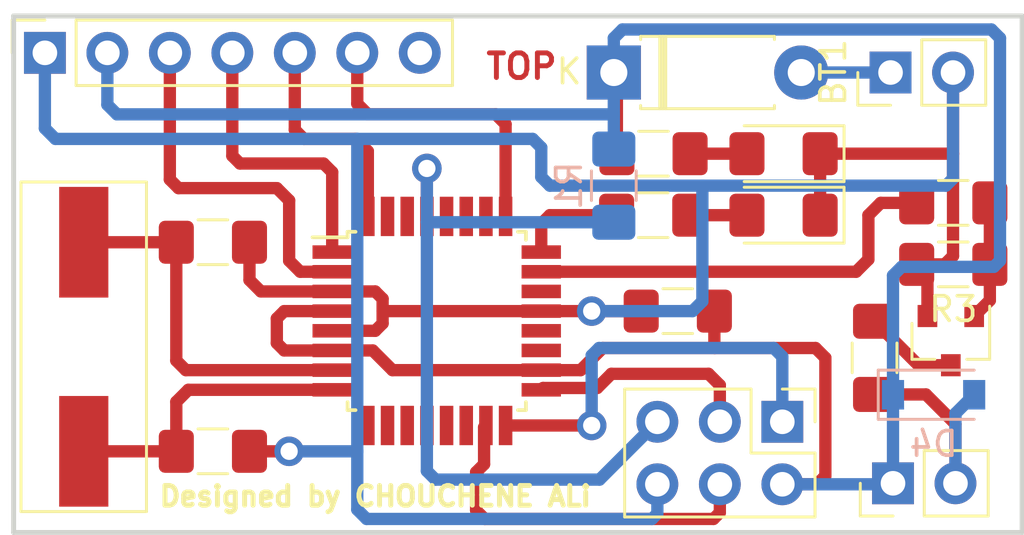
<source format=kicad_pcb>
(kicad_pcb (version 20171130) (host pcbnew "(5.1.6)-1")

  (general
    (thickness 1.6)
    (drawings 6)
    (tracks 161)
    (zones 0)
    (modules 20)
    (nets 36)
  )

  (page A4)
  (layers
    (0 F.Cu signal)
    (31 B.Cu signal)
    (32 B.Adhes user)
    (33 F.Adhes user hide)
    (34 B.Paste user hide)
    (35 F.Paste user hide)
    (36 B.SilkS user)
    (37 F.SilkS user)
    (38 B.Mask user hide)
    (39 F.Mask user hide)
    (40 Dwgs.User user)
    (41 Cmts.User user)
    (42 Eco1.User user)
    (43 Eco2.User user)
    (44 Edge.Cuts user)
    (45 Margin user)
    (46 B.CrtYd user hide)
    (47 F.CrtYd user)
    (48 B.Fab user hide)
    (49 F.Fab user hide)
  )

  (setup
    (last_trace_width 0.5)
    (trace_clearance 0.2)
    (zone_clearance 0.508)
    (zone_45_only no)
    (trace_min 0.2)
    (via_size 1.2)
    (via_drill 0.7)
    (via_min_size 0.4)
    (via_min_drill 0.3)
    (uvia_size 0.3)
    (uvia_drill 0.1)
    (uvias_allowed no)
    (uvia_min_size 0.2)
    (uvia_min_drill 0.1)
    (edge_width 0.2)
    (segment_width 0.2)
    (pcb_text_width 0.3)
    (pcb_text_size 1.5 1.5)
    (mod_edge_width 0.15)
    (mod_text_size 1 1)
    (mod_text_width 0.15)
    (pad_size 1.7 1.7)
    (pad_drill 1)
    (pad_to_mask_clearance 0.2)
    (solder_mask_min_width 0.25)
    (aux_axis_origin 0 0)
    (visible_elements 7FFFFFFF)
    (pcbplotparams
      (layerselection 0x010fc_ffffffff)
      (usegerberextensions false)
      (usegerberattributes false)
      (usegerberadvancedattributes false)
      (creategerberjobfile false)
      (excludeedgelayer true)
      (linewidth 0.100000)
      (plotframeref false)
      (viasonmask false)
      (mode 1)
      (useauxorigin false)
      (hpglpennumber 1)
      (hpglpenspeed 20)
      (hpglpendiameter 15.000000)
      (psnegative false)
      (psa4output false)
      (plotreference true)
      (plotvalue true)
      (plotinvisibletext false)
      (padsonsilk false)
      (subtractmaskfromsilk false)
      (outputformat 1)
      (mirror false)
      (drillshape 1)
      (scaleselection 1)
      (outputdirectory ""))
  )

  (net 0 "")
  (net 1 "Net-(BT1-Pad1)")
  (net 2 GND)
  (net 3 +5V)
  (net 4 XTAL1)
  (net 5 XTAL2)
  (net 6 RST)
  (net 7 "Net-(D2-Pad2)")
  (net 8 "Net-(D3-Pad2)")
  (net 9 Vibreur)
  (net 10 MISO)
  (net 11 SCK)
  (net 12 MOSI)
  (net 13 D3)
  (net 14 D2)
  (net 15 D1)
  (net 16 "Net-(Q1-Pad1)")
  (net 17 "Net-(Q1-Pad3)")
  (net 18 CMD)
  (net 19 LED)
  (net 20 "Net-(U1-Pad12)")
  (net 21 "Net-(U1-Pad13)")
  (net 22 "Net-(U1-Pad14)")
  (net 23 "Net-(U1-Pad19)")
  (net 24 "Net-(U1-Pad20)")
  (net 25 "Net-(U1-Pad22)")
  (net 26 "Net-(U1-Pad26)")
  (net 27 "Net-(U1-Pad27)")
  (net 28 "Net-(U1-Pad28)")
  (net 29 "Net-(U1-Pad9)")
  (net 30 "Net-(U1-Pad11)")
  (net 31 "Net-(U1-Pad10)")
  (net 32 D0)
  (net 33 "Net-(J3-Pad7)")
  (net 34 "Net-(U1-Pad30)")
  (net 35 "Net-(U1-Pad31)")

  (net_class Default "This is the default net class."
    (clearance 0.2)
    (trace_width 0.5)
    (via_dia 1.2)
    (via_drill 0.7)
    (uvia_dia 0.3)
    (uvia_drill 0.1)
    (add_net +5V)
    (add_net CMD)
    (add_net D0)
    (add_net D1)
    (add_net D2)
    (add_net D3)
    (add_net GND)
    (add_net LED)
    (add_net MISO)
    (add_net MOSI)
    (add_net "Net-(BT1-Pad1)")
    (add_net "Net-(D2-Pad2)")
    (add_net "Net-(D3-Pad2)")
    (add_net "Net-(J3-Pad7)")
    (add_net "Net-(Q1-Pad1)")
    (add_net "Net-(Q1-Pad3)")
    (add_net "Net-(U1-Pad10)")
    (add_net "Net-(U1-Pad11)")
    (add_net "Net-(U1-Pad12)")
    (add_net "Net-(U1-Pad13)")
    (add_net "Net-(U1-Pad14)")
    (add_net "Net-(U1-Pad19)")
    (add_net "Net-(U1-Pad20)")
    (add_net "Net-(U1-Pad22)")
    (add_net "Net-(U1-Pad26)")
    (add_net "Net-(U1-Pad27)")
    (add_net "Net-(U1-Pad28)")
    (add_net "Net-(U1-Pad30)")
    (add_net "Net-(U1-Pad31)")
    (add_net "Net-(U1-Pad9)")
    (add_net RST)
    (add_net SCK)
    (add_net Vibreur)
    (add_net XTAL1)
    (add_net XTAL2)
  )

  (module Connector_PinHeader_2.54mm:PinHeader_1x02_P2.54mm_Vertical (layer F.Cu) (tedit 59FED5CC) (tstamp 5F6A57ED)
    (at 65.65 32.3 90)
    (descr "Through hole straight pin header, 1x02, 2.54mm pitch, single row")
    (tags "Through hole pin header THT 1x02 2.54mm single row")
    (path /5F6A2EB3)
    (fp_text reference BT1 (at 0 -2.33 90) (layer F.SilkS)
      (effects (font (size 1 1) (thickness 0.15)))
    )
    (fp_text value Battery_Cell (at 0 4.87 90) (layer F.Fab)
      (effects (font (size 1 1) (thickness 0.15)))
    )
    (fp_line (start 1.8 -1.8) (end -1.8 -1.8) (layer F.CrtYd) (width 0.05))
    (fp_line (start 1.8 4.35) (end 1.8 -1.8) (layer F.CrtYd) (width 0.05))
    (fp_line (start -1.8 4.35) (end 1.8 4.35) (layer F.CrtYd) (width 0.05))
    (fp_line (start -1.8 -1.8) (end -1.8 4.35) (layer F.CrtYd) (width 0.05))
    (fp_line (start -1.33 -1.33) (end 0 -1.33) (layer F.SilkS) (width 0.12))
    (fp_line (start -1.33 0) (end -1.33 -1.33) (layer F.SilkS) (width 0.12))
    (fp_line (start -1.33 1.27) (end 1.33 1.27) (layer F.SilkS) (width 0.12))
    (fp_line (start 1.33 1.27) (end 1.33 3.87) (layer F.SilkS) (width 0.12))
    (fp_line (start -1.33 1.27) (end -1.33 3.87) (layer F.SilkS) (width 0.12))
    (fp_line (start -1.33 3.87) (end 1.33 3.87) (layer F.SilkS) (width 0.12))
    (fp_line (start -1.27 -0.635) (end -0.635 -1.27) (layer F.Fab) (width 0.1))
    (fp_line (start -1.27 3.81) (end -1.27 -0.635) (layer F.Fab) (width 0.1))
    (fp_line (start 1.27 3.81) (end -1.27 3.81) (layer F.Fab) (width 0.1))
    (fp_line (start 1.27 -1.27) (end 1.27 3.81) (layer F.Fab) (width 0.1))
    (fp_line (start -0.635 -1.27) (end 1.27 -1.27) (layer F.Fab) (width 0.1))
    (fp_text user %R (at 0 1.27 180) (layer F.Fab)
      (effects (font (size 1 1) (thickness 0.15)))
    )
    (pad 1 thru_hole rect (at 0 0 90) (size 1.7 1.7) (drill 1) (layers *.Cu *.Mask)
      (net 1 "Net-(BT1-Pad1)"))
    (pad 2 thru_hole oval (at 0 2.54 90) (size 1.7 1.7) (drill 1) (layers *.Cu *.Mask)
      (net 2 GND))
    (model ${KISYS3DMOD}/Connector_PinHeader_2.54mm.3dshapes/PinHeader_1x02_P2.54mm_Vertical.wrl
      (at (xyz 0 0 0))
      (scale (xyz 1 1 1))
      (rotate (xyz 0 0 0))
    )
  )

  (module Capacitor_SMD:C_1206_3216Metric_Pad1.42x1.75mm_HandSolder (layer F.Cu) (tedit 5B301BBE) (tstamp 5F76C306)
    (at 57 42 180)
    (descr "Capacitor SMD 1206 (3216 Metric), square (rectangular) end terminal, IPC_7351 nominal with elongated pad for handsoldering. (Body size source: http://www.tortai-tech.com/upload/download/2011102023233369053.pdf), generated with kicad-footprint-generator")
    (tags "capacitor handsolder")
    (path /5F622127)
    (attr smd)
    (fp_text reference C1 (at 0 -1.82 180) (layer B.Fab)
      (effects (font (size 1 1) (thickness 0.15)) (justify mirror))
    )
    (fp_text value 100nF (at 0 1.82 180) (layer F.Fab)
      (effects (font (size 1 1) (thickness 0.15)))
    )
    (fp_line (start 2.45 1.12) (end -2.45 1.12) (layer F.CrtYd) (width 0.05))
    (fp_line (start 2.45 -1.12) (end 2.45 1.12) (layer F.CrtYd) (width 0.05))
    (fp_line (start -2.45 -1.12) (end 2.45 -1.12) (layer F.CrtYd) (width 0.05))
    (fp_line (start -2.45 1.12) (end -2.45 -1.12) (layer F.CrtYd) (width 0.05))
    (fp_line (start -0.602064 0.91) (end 0.602064 0.91) (layer F.SilkS) (width 0.12))
    (fp_line (start -0.602064 -0.91) (end 0.602064 -0.91) (layer F.SilkS) (width 0.12))
    (fp_line (start 1.6 0.8) (end -1.6 0.8) (layer F.Fab) (width 0.1))
    (fp_line (start 1.6 -0.8) (end 1.6 0.8) (layer F.Fab) (width 0.1))
    (fp_line (start -1.6 -0.8) (end 1.6 -0.8) (layer F.Fab) (width 0.1))
    (fp_line (start -1.6 0.8) (end -1.6 -0.8) (layer F.Fab) (width 0.1))
    (fp_text user %R (at 0 0 180) (layer F.Fab)
      (effects (font (size 0.8 0.8) (thickness 0.12)))
    )
    (pad 1 smd roundrect (at -1.4875 0 180) (size 1.425 1.75) (layers F.Cu F.Paste F.Mask) (roundrect_rratio 0.175439)
      (net 3 +5V))
    (pad 2 smd roundrect (at 1.4875 0 180) (size 1.425 1.75) (layers F.Cu F.Paste F.Mask) (roundrect_rratio 0.175439)
      (net 2 GND))
    (model ${KISYS3DMOD}/Capacitor_SMD.3dshapes/C_1206_3216Metric.wrl
      (at (xyz 0 0 0))
      (scale (xyz 1 1 1))
      (rotate (xyz 0 0 0))
    )
  )

  (module Capacitor_SMD:C_1206_3216Metric_Pad1.42x1.75mm_HandSolder (layer F.Cu) (tedit 5B301BBE) (tstamp 5F76AA27)
    (at 38.1 39.2 180)
    (descr "Capacitor SMD 1206 (3216 Metric), square (rectangular) end terminal, IPC_7351 nominal with elongated pad for handsoldering. (Body size source: http://www.tortai-tech.com/upload/download/2011102023233369053.pdf), generated with kicad-footprint-generator")
    (tags "capacitor handsolder")
    (path /5F62209C)
    (attr smd)
    (fp_text reference C2 (at 0 -1.82 180) (layer B.Fab)
      (effects (font (size 1 1) (thickness 0.15)) (justify mirror))
    )
    (fp_text value 22pF (at 0 1.82 180) (layer F.Fab)
      (effects (font (size 1 1) (thickness 0.15)))
    )
    (fp_line (start 2.45 1.12) (end -2.45 1.12) (layer F.CrtYd) (width 0.05))
    (fp_line (start 2.45 -1.12) (end 2.45 1.12) (layer F.CrtYd) (width 0.05))
    (fp_line (start -2.45 -1.12) (end 2.45 -1.12) (layer F.CrtYd) (width 0.05))
    (fp_line (start -2.45 1.12) (end -2.45 -1.12) (layer F.CrtYd) (width 0.05))
    (fp_line (start -0.602064 0.91) (end 0.602064 0.91) (layer F.SilkS) (width 0.12))
    (fp_line (start -0.602064 -0.91) (end 0.602064 -0.91) (layer F.SilkS) (width 0.12))
    (fp_line (start 1.6 0.8) (end -1.6 0.8) (layer F.Fab) (width 0.1))
    (fp_line (start 1.6 -0.8) (end 1.6 0.8) (layer F.Fab) (width 0.1))
    (fp_line (start -1.6 -0.8) (end 1.6 -0.8) (layer F.Fab) (width 0.1))
    (fp_line (start -1.6 0.8) (end -1.6 -0.8) (layer F.Fab) (width 0.1))
    (fp_text user %R (at 0 0 180) (layer F.Fab)
      (effects (font (size 0.8 0.8) (thickness 0.12)))
    )
    (pad 1 smd roundrect (at -1.4875 0 180) (size 1.425 1.75) (layers F.Cu F.Paste F.Mask) (roundrect_rratio 0.175439)
      (net 2 GND))
    (pad 2 smd roundrect (at 1.4875 0 180) (size 1.425 1.75) (layers F.Cu F.Paste F.Mask) (roundrect_rratio 0.175439)
      (net 4 XTAL1))
    (model ${KISYS3DMOD}/Capacitor_SMD.3dshapes/C_1206_3216Metric.wrl
      (at (xyz 0 0 0))
      (scale (xyz 1 1 1))
      (rotate (xyz 0 0 0))
    )
  )

  (module Capacitor_SMD:C_1206_3216Metric_Pad1.42x1.75mm_HandSolder (layer F.Cu) (tedit 5B301BBE) (tstamp 5F6A5820)
    (at 38.1 47.7 180)
    (descr "Capacitor SMD 1206 (3216 Metric), square (rectangular) end terminal, IPC_7351 nominal with elongated pad for handsoldering. (Body size source: http://www.tortai-tech.com/upload/download/2011102023233369053.pdf), generated with kicad-footprint-generator")
    (tags "capacitor handsolder")
    (path /5F6220A3)
    (attr smd)
    (fp_text reference C3 (at 0 -1.82 180) (layer B.Fab)
      (effects (font (size 1 1) (thickness 0.15)) (justify mirror))
    )
    (fp_text value 22pF (at 0 1.82 180) (layer F.Fab)
      (effects (font (size 1 1) (thickness 0.15)))
    )
    (fp_line (start -1.6 0.8) (end -1.6 -0.8) (layer F.Fab) (width 0.1))
    (fp_line (start -1.6 -0.8) (end 1.6 -0.8) (layer F.Fab) (width 0.1))
    (fp_line (start 1.6 -0.8) (end 1.6 0.8) (layer F.Fab) (width 0.1))
    (fp_line (start 1.6 0.8) (end -1.6 0.8) (layer F.Fab) (width 0.1))
    (fp_line (start -0.602064 -0.91) (end 0.602064 -0.91) (layer F.SilkS) (width 0.12))
    (fp_line (start -0.602064 0.91) (end 0.602064 0.91) (layer F.SilkS) (width 0.12))
    (fp_line (start -2.45 1.12) (end -2.45 -1.12) (layer F.CrtYd) (width 0.05))
    (fp_line (start -2.45 -1.12) (end 2.45 -1.12) (layer F.CrtYd) (width 0.05))
    (fp_line (start 2.45 -1.12) (end 2.45 1.12) (layer F.CrtYd) (width 0.05))
    (fp_line (start 2.45 1.12) (end -2.45 1.12) (layer F.CrtYd) (width 0.05))
    (fp_text user %R (at 0 0 180) (layer F.Fab)
      (effects (font (size 0.8 0.8) (thickness 0.12)))
    )
    (pad 2 smd roundrect (at 1.4875 0 180) (size 1.425 1.75) (layers F.Cu F.Paste F.Mask) (roundrect_rratio 0.175439)
      (net 5 XTAL2))
    (pad 1 smd roundrect (at -1.4875 0 180) (size 1.425 1.75) (layers F.Cu F.Paste F.Mask) (roundrect_rratio 0.175439)
      (net 2 GND))
    (model ${KISYS3DMOD}/Capacitor_SMD.3dshapes/C_1206_3216Metric.wrl
      (at (xyz 0 0 0))
      (scale (xyz 1 1 1))
      (rotate (xyz 0 0 0))
    )
  )

  (module LED_SMD:LED_1206_3216Metric_Pad1.42x1.75mm_HandSolder (layer F.Cu) (tedit 5B4B45C9) (tstamp 5F6A584C)
    (at 61.3 35.6 180)
    (descr "LED SMD 1206 (3216 Metric), square (rectangular) end terminal, IPC_7351 nominal, (Body size source: http://www.tortai-tech.com/upload/download/2011102023233369053.pdf), generated with kicad-footprint-generator")
    (tags "LED handsolder")
    (path /5F72AAB5)
    (attr smd)
    (fp_text reference D2 (at 0 -1.82 180) (layer B.Fab)
      (effects (font (size 1 1) (thickness 0.15)) (justify mirror))
    )
    (fp_text value LED_ALT (at 0 1.82 180) (layer F.Fab)
      (effects (font (size 1 1) (thickness 0.15)))
    )
    (fp_line (start 2.45 1.12) (end -2.45 1.12) (layer F.CrtYd) (width 0.05))
    (fp_line (start 2.45 -1.12) (end 2.45 1.12) (layer F.CrtYd) (width 0.05))
    (fp_line (start -2.45 -1.12) (end 2.45 -1.12) (layer F.CrtYd) (width 0.05))
    (fp_line (start -2.45 1.12) (end -2.45 -1.12) (layer F.CrtYd) (width 0.05))
    (fp_line (start -2.46 1.135) (end 1.6 1.135) (layer F.SilkS) (width 0.12))
    (fp_line (start -2.46 -1.135) (end -2.46 1.135) (layer F.SilkS) (width 0.12))
    (fp_line (start 1.6 -1.135) (end -2.46 -1.135) (layer F.SilkS) (width 0.12))
    (fp_line (start 1.6 0.8) (end 1.6 -0.8) (layer F.Fab) (width 0.1))
    (fp_line (start -1.6 0.8) (end 1.6 0.8) (layer F.Fab) (width 0.1))
    (fp_line (start -1.6 -0.4) (end -1.6 0.8) (layer F.Fab) (width 0.1))
    (fp_line (start -1.2 -0.8) (end -1.6 -0.4) (layer F.Fab) (width 0.1))
    (fp_line (start 1.6 -0.8) (end -1.2 -0.8) (layer F.Fab) (width 0.1))
    (fp_text user %R (at 0 0 180) (layer F.Fab)
      (effects (font (size 0.8 0.8) (thickness 0.12)))
    )
    (pad 1 smd roundrect (at -1.4875 0 180) (size 1.425 1.75) (layers F.Cu F.Paste F.Mask) (roundrect_rratio 0.175439)
      (net 2 GND))
    (pad 2 smd roundrect (at 1.4875 0 180) (size 1.425 1.75) (layers F.Cu F.Paste F.Mask) (roundrect_rratio 0.175439)
      (net 7 "Net-(D2-Pad2)"))
    (model ${KISYS3DMOD}/LED_SMD.3dshapes/LED_1206_3216Metric.wrl
      (at (xyz 0 0 0))
      (scale (xyz 1 1 1))
      (rotate (xyz 0 0 0))
    )
  )

  (module LED_SMD:LED_1206_3216Metric_Pad1.42x1.75mm_HandSolder (layer F.Cu) (tedit 5B4B45C9) (tstamp 5F6A585F)
    (at 61.3 38.1 180)
    (descr "LED SMD 1206 (3216 Metric), square (rectangular) end terminal, IPC_7351 nominal, (Body size source: http://www.tortai-tech.com/upload/download/2011102023233369053.pdf), generated with kicad-footprint-generator")
    (tags "LED handsolder")
    (path /5F72BC2F)
    (attr smd)
    (fp_text reference D3 (at 0 -1.82 180) (layer B.Fab)
      (effects (font (size 1 1) (thickness 0.15)) (justify mirror))
    )
    (fp_text value LED_ALT (at 0 1.82 180) (layer F.Fab)
      (effects (font (size 1 1) (thickness 0.15)))
    )
    (fp_line (start 1.6 -0.8) (end -1.2 -0.8) (layer F.Fab) (width 0.1))
    (fp_line (start -1.2 -0.8) (end -1.6 -0.4) (layer F.Fab) (width 0.1))
    (fp_line (start -1.6 -0.4) (end -1.6 0.8) (layer F.Fab) (width 0.1))
    (fp_line (start -1.6 0.8) (end 1.6 0.8) (layer F.Fab) (width 0.1))
    (fp_line (start 1.6 0.8) (end 1.6 -0.8) (layer F.Fab) (width 0.1))
    (fp_line (start 1.6 -1.135) (end -2.46 -1.135) (layer F.SilkS) (width 0.12))
    (fp_line (start -2.46 -1.135) (end -2.46 1.135) (layer F.SilkS) (width 0.12))
    (fp_line (start -2.46 1.135) (end 1.6 1.135) (layer F.SilkS) (width 0.12))
    (fp_line (start -2.45 1.12) (end -2.45 -1.12) (layer F.CrtYd) (width 0.05))
    (fp_line (start -2.45 -1.12) (end 2.45 -1.12) (layer F.CrtYd) (width 0.05))
    (fp_line (start 2.45 -1.12) (end 2.45 1.12) (layer F.CrtYd) (width 0.05))
    (fp_line (start 2.45 1.12) (end -2.45 1.12) (layer F.CrtYd) (width 0.05))
    (fp_text user %R (at 0 0 180) (layer F.Fab)
      (effects (font (size 0.8 0.8) (thickness 0.12)))
    )
    (pad 2 smd roundrect (at 1.4875 0 180) (size 1.425 1.75) (layers F.Cu F.Paste F.Mask) (roundrect_rratio 0.175439)
      (net 8 "Net-(D3-Pad2)"))
    (pad 1 smd roundrect (at -1.4875 0 180) (size 1.425 1.75) (layers F.Cu F.Paste F.Mask) (roundrect_rratio 0.175439)
      (net 2 GND))
    (model ${KISYS3DMOD}/LED_SMD.3dshapes/LED_1206_3216Metric.wrl
      (at (xyz 0 0 0))
      (scale (xyz 1 1 1))
      (rotate (xyz 0 0 0))
    )
  )

  (module Connector_PinHeader_2.54mm:PinHeader_2x03_P2.54mm_Vertical (layer F.Cu) (tedit 59FED5CC) (tstamp 5F6A5894)
    (at 61.25 46.5 270)
    (descr "Through hole straight pin header, 2x03, 2.54mm pitch, double rows")
    (tags "Through hole pin header THT 2x03 2.54mm double row")
    (path /5F6220D4)
    (fp_text reference J1 (at 1.27 -2.33 270) (layer B.Fab)
      (effects (font (size 1 1) (thickness 0.15)) (justify mirror))
    )
    (fp_text value AVR-ISP-6 (at 1.27 7.41 270) (layer F.Fab)
      (effects (font (size 1 1) (thickness 0.15)))
    )
    (fp_line (start 4.35 -1.8) (end -1.8 -1.8) (layer F.CrtYd) (width 0.05))
    (fp_line (start 4.35 6.85) (end 4.35 -1.8) (layer F.CrtYd) (width 0.05))
    (fp_line (start -1.8 6.85) (end 4.35 6.85) (layer F.CrtYd) (width 0.05))
    (fp_line (start -1.8 -1.8) (end -1.8 6.85) (layer F.CrtYd) (width 0.05))
    (fp_line (start -1.33 -1.33) (end 0 -1.33) (layer F.SilkS) (width 0.12))
    (fp_line (start -1.33 0) (end -1.33 -1.33) (layer F.SilkS) (width 0.12))
    (fp_line (start 1.27 -1.33) (end 3.87 -1.33) (layer F.SilkS) (width 0.12))
    (fp_line (start 1.27 1.27) (end 1.27 -1.33) (layer F.SilkS) (width 0.12))
    (fp_line (start -1.33 1.27) (end 1.27 1.27) (layer F.SilkS) (width 0.12))
    (fp_line (start 3.87 -1.33) (end 3.87 6.41) (layer F.SilkS) (width 0.12))
    (fp_line (start -1.33 1.27) (end -1.33 6.41) (layer F.SilkS) (width 0.12))
    (fp_line (start -1.33 6.41) (end 3.87 6.41) (layer F.SilkS) (width 0.12))
    (fp_line (start -1.27 0) (end 0 -1.27) (layer F.Fab) (width 0.1))
    (fp_line (start -1.27 6.35) (end -1.27 0) (layer F.Fab) (width 0.1))
    (fp_line (start 3.81 6.35) (end -1.27 6.35) (layer F.Fab) (width 0.1))
    (fp_line (start 3.81 -1.27) (end 3.81 6.35) (layer F.Fab) (width 0.1))
    (fp_line (start 0 -1.27) (end 3.81 -1.27) (layer F.Fab) (width 0.1))
    (fp_text user %R (at 1.27 2.54) (layer F.Fab)
      (effects (font (size 1 1) (thickness 0.15)))
    )
    (pad 1 thru_hole rect (at 0 0 270) (size 1.7 1.7) (drill 1) (layers *.Cu *.Mask)
      (net 10 MISO))
    (pad 2 thru_hole oval (at 2.54 0 270) (size 1.7 1.7) (drill 1) (layers *.Cu *.Mask)
      (net 3 +5V))
    (pad 3 thru_hole oval (at 0 2.54 270) (size 1.7 1.7) (drill 1) (layers *.Cu *.Mask)
      (net 11 SCK))
    (pad 4 thru_hole oval (at 2.54 2.54 270) (size 1.7 1.7) (drill 1) (layers *.Cu *.Mask)
      (net 12 MOSI))
    (pad 5 thru_hole oval (at 0 5.08 270) (size 1.7 1.7) (drill 1) (layers *.Cu *.Mask)
      (net 6 RST))
    (pad 6 thru_hole oval (at 2.54 5.08 270) (size 1.7 1.7) (drill 1) (layers *.Cu *.Mask)
      (net 2 GND))
    (model ${KISYS3DMOD}/Connector_PinHeader_2.54mm.3dshapes/PinHeader_2x03_P2.54mm_Vertical.wrl
      (at (xyz 0 0 0))
      (scale (xyz 1 1 1))
      (rotate (xyz 0 0 0))
    )
  )

  (module Connector_PinSocket_2.54mm:PinSocket_1x07_P2.54mm_Vertical (layer F.Cu) (tedit 5A19A433) (tstamp 5F74E418)
    (at 31.27 31.5 90)
    (descr "Through hole straight socket strip, 1x07, 2.54mm pitch, single row (from Kicad 4.0.7), script generated")
    (tags "Through hole socket strip THT 1x07 2.54mm single row")
    (path /5F7231B2)
    (fp_text reference J3 (at 0 -2.77 90) (layer B.Fab)
      (effects (font (size 1 1) (thickness 0.15)) (justify mirror))
    )
    (fp_text value Conn_01x07_Female (at 0 18.01 90) (layer F.Fab)
      (effects (font (size 1 1) (thickness 0.15)))
    )
    (fp_line (start -1.8 17) (end -1.8 -1.8) (layer F.CrtYd) (width 0.05))
    (fp_line (start 1.75 17) (end -1.8 17) (layer F.CrtYd) (width 0.05))
    (fp_line (start 1.75 -1.8) (end 1.75 17) (layer F.CrtYd) (width 0.05))
    (fp_line (start -1.8 -1.8) (end 1.75 -1.8) (layer F.CrtYd) (width 0.05))
    (fp_line (start 0 -1.33) (end 1.33 -1.33) (layer F.SilkS) (width 0.12))
    (fp_line (start 1.33 -1.33) (end 1.33 0) (layer F.SilkS) (width 0.12))
    (fp_line (start 1.33 1.27) (end 1.33 16.57) (layer F.SilkS) (width 0.12))
    (fp_line (start -1.33 16.57) (end 1.33 16.57) (layer F.SilkS) (width 0.12))
    (fp_line (start -1.33 1.27) (end -1.33 16.57) (layer F.SilkS) (width 0.12))
    (fp_line (start -1.33 1.27) (end 1.33 1.27) (layer F.SilkS) (width 0.12))
    (fp_line (start -1.27 16.51) (end -1.27 -1.27) (layer F.Fab) (width 0.1))
    (fp_line (start 1.27 16.51) (end -1.27 16.51) (layer F.Fab) (width 0.1))
    (fp_line (start 1.27 -0.635) (end 1.27 16.51) (layer F.Fab) (width 0.1))
    (fp_line (start 0.635 -1.27) (end 1.27 -0.635) (layer F.Fab) (width 0.1))
    (fp_line (start -1.27 -1.27) (end 0.635 -1.27) (layer F.Fab) (width 0.1))
    (fp_text user %R (at 0 7.62 180) (layer F.Fab)
      (effects (font (size 1 1) (thickness 0.15)))
    )
    (pad 1 thru_hole rect (at 0 0 90) (size 1.7 1.7) (drill 1) (layers *.Cu *.Mask)
      (net 2 GND))
    (pad 2 thru_hole oval (at 0 2.54 90) (size 1.7 1.7) (drill 1) (layers *.Cu *.Mask)
      (net 3 +5V))
    (pad 3 thru_hole oval (at 0 5.08 90) (size 1.7 1.7) (drill 1) (layers *.Cu *.Mask)
      (net 32 D0))
    (pad 4 thru_hole oval (at 0 7.62 90) (size 1.7 1.7) (drill 1) (layers *.Cu *.Mask)
      (net 15 D1))
    (pad 5 thru_hole oval (at 0 10.16 90) (size 1.7 1.7) (drill 1) (layers *.Cu *.Mask)
      (net 14 D2))
    (pad 6 thru_hole oval (at 0 12.7 90) (size 1.7 1.7) (drill 1) (layers *.Cu *.Mask)
      (net 13 D3))
    (pad 7 thru_hole oval (at 0 15.24 90) (size 1.7 1.7) (drill 1) (layers *.Cu *.Mask)
      (net 33 "Net-(J3-Pad7)"))
    (model ${KISYS3DMOD}/Connector_PinSocket_2.54mm.3dshapes/PinSocket_1x07_P2.54mm_Vertical.wrl
      (at (xyz 0 0 0))
      (scale (xyz 1 1 1))
      (rotate (xyz 0 0 0))
    )
  )

  (module Connector_PinHeader_2.54mm:PinHeader_1x02_P2.54mm_Vertical (layer F.Cu) (tedit 59FED5CC) (tstamp 5F6A58C5)
    (at 65.75 49 90)
    (descr "Through hole straight pin header, 1x02, 2.54mm pitch, single row")
    (tags "Through hole pin header THT 1x02 2.54mm single row")
    (path /5F72663D)
    (fp_text reference J4 (at 0 -2.33 90) (layer B.Fab)
      (effects (font (size 1 1) (thickness 0.15)) (justify mirror))
    )
    (fp_text value Conn_01x02_Female (at 0 4.87 90) (layer F.Fab)
      (effects (font (size 1 1) (thickness 0.15)))
    )
    (fp_line (start -0.635 -1.27) (end 1.27 -1.27) (layer F.Fab) (width 0.1))
    (fp_line (start 1.27 -1.27) (end 1.27 3.81) (layer F.Fab) (width 0.1))
    (fp_line (start 1.27 3.81) (end -1.27 3.81) (layer F.Fab) (width 0.1))
    (fp_line (start -1.27 3.81) (end -1.27 -0.635) (layer F.Fab) (width 0.1))
    (fp_line (start -1.27 -0.635) (end -0.635 -1.27) (layer F.Fab) (width 0.1))
    (fp_line (start -1.33 3.87) (end 1.33 3.87) (layer F.SilkS) (width 0.12))
    (fp_line (start -1.33 1.27) (end -1.33 3.87) (layer F.SilkS) (width 0.12))
    (fp_line (start 1.33 1.27) (end 1.33 3.87) (layer F.SilkS) (width 0.12))
    (fp_line (start -1.33 1.27) (end 1.33 1.27) (layer F.SilkS) (width 0.12))
    (fp_line (start -1.33 0) (end -1.33 -1.33) (layer F.SilkS) (width 0.12))
    (fp_line (start -1.33 -1.33) (end 0 -1.33) (layer F.SilkS) (width 0.12))
    (fp_line (start -1.8 -1.8) (end -1.8 4.35) (layer F.CrtYd) (width 0.05))
    (fp_line (start -1.8 4.35) (end 1.8 4.35) (layer F.CrtYd) (width 0.05))
    (fp_line (start 1.8 4.35) (end 1.8 -1.8) (layer F.CrtYd) (width 0.05))
    (fp_line (start 1.8 -1.8) (end -1.8 -1.8) (layer F.CrtYd) (width 0.05))
    (fp_text user %R (at 0 1.27 180) (layer F.Fab)
      (effects (font (size 1 1) (thickness 0.15)))
    )
    (pad 2 thru_hole oval (at 0 2.54 90) (size 1.7 1.7) (drill 1) (layers *.Cu *.Mask)
      (net 9 Vibreur))
    (pad 1 thru_hole rect (at 0 0 90) (size 1.7 1.7) (drill 1) (layers *.Cu *.Mask)
      (net 3 +5V))
    (model ${KISYS3DMOD}/Connector_PinHeader_2.54mm.3dshapes/PinHeader_1x02_P2.54mm_Vertical.wrl
      (at (xyz 0 0 0))
      (scale (xyz 1 1 1))
      (rotate (xyz 0 0 0))
    )
  )

  (module Package_TO_SOT_SMD:SOT-23 (layer F.Cu) (tedit 5A02FF57) (tstamp 5F6A58DA)
    (at 68.1 43.2 270)
    (descr "SOT-23, Standard")
    (tags SOT-23)
    (path /5F726636)
    (attr smd)
    (fp_text reference Q1 (at 0 -2.5 270) (layer B.Fab)
      (effects (font (size 1 1) (thickness 0.15)) (justify mirror))
    )
    (fp_text value Q_NPN_BEC (at 0 2.5 270) (layer F.Fab)
      (effects (font (size 1 1) (thickness 0.15)))
    )
    (fp_line (start 0.76 1.58) (end -0.7 1.58) (layer F.SilkS) (width 0.12))
    (fp_line (start 0.76 -1.58) (end -1.4 -1.58) (layer F.SilkS) (width 0.12))
    (fp_line (start -1.7 1.75) (end -1.7 -1.75) (layer F.CrtYd) (width 0.05))
    (fp_line (start 1.7 1.75) (end -1.7 1.75) (layer F.CrtYd) (width 0.05))
    (fp_line (start 1.7 -1.75) (end 1.7 1.75) (layer F.CrtYd) (width 0.05))
    (fp_line (start -1.7 -1.75) (end 1.7 -1.75) (layer F.CrtYd) (width 0.05))
    (fp_line (start 0.76 -1.58) (end 0.76 -0.65) (layer F.SilkS) (width 0.12))
    (fp_line (start 0.76 1.58) (end 0.76 0.65) (layer F.SilkS) (width 0.12))
    (fp_line (start -0.7 1.52) (end 0.7 1.52) (layer F.Fab) (width 0.1))
    (fp_line (start 0.7 -1.52) (end 0.7 1.52) (layer F.Fab) (width 0.1))
    (fp_line (start -0.7 -0.95) (end -0.15 -1.52) (layer F.Fab) (width 0.1))
    (fp_line (start -0.15 -1.52) (end 0.7 -1.52) (layer F.Fab) (width 0.1))
    (fp_line (start -0.7 -0.95) (end -0.7 1.5) (layer F.Fab) (width 0.1))
    (fp_text user %R (at 0 0) (layer F.Fab)
      (effects (font (size 0.5 0.5) (thickness 0.075)))
    )
    (pad 1 smd rect (at -1 -0.95 270) (size 0.9 0.8) (layers F.Cu F.Paste F.Mask)
      (net 16 "Net-(Q1-Pad1)"))
    (pad 2 smd rect (at -1 0.95 270) (size 0.9 0.8) (layers F.Cu F.Paste F.Mask)
      (net 2 GND))
    (pad 3 smd rect (at 1 0 270) (size 0.9 0.8) (layers F.Cu F.Paste F.Mask)
      (net 17 "Net-(Q1-Pad3)"))
    (model ${KISYS3DMOD}/Package_TO_SOT_SMD.3dshapes/SOT-23.wrl
      (at (xyz 0 0 0))
      (scale (xyz 1 1 1))
      (rotate (xyz 0 0 0))
    )
  )

  (module Resistor_SMD:R_1206_3216Metric_Pad1.42x1.75mm_HandSolder (layer B.Cu) (tedit 5B301BBD) (tstamp 5F6A58EB)
    (at 54.4 36.9 270)
    (descr "Resistor SMD 1206 (3216 Metric), square (rectangular) end terminal, IPC_7351 nominal with elongated pad for handsoldering. (Body size source: http://www.tortai-tech.com/upload/download/2011102023233369053.pdf), generated with kicad-footprint-generator")
    (tags "resistor handsolder")
    (path /5F6220C2)
    (attr smd)
    (fp_text reference R1 (at 0 1.82 270) (layer B.SilkS)
      (effects (font (size 1 1) (thickness 0.15)) (justify mirror))
    )
    (fp_text value 10K (at 0 -1.82 270) (layer B.Fab)
      (effects (font (size 1 1) (thickness 0.15)) (justify mirror))
    )
    (fp_line (start 2.45 -1.12) (end -2.45 -1.12) (layer B.CrtYd) (width 0.05))
    (fp_line (start 2.45 1.12) (end 2.45 -1.12) (layer B.CrtYd) (width 0.05))
    (fp_line (start -2.45 1.12) (end 2.45 1.12) (layer B.CrtYd) (width 0.05))
    (fp_line (start -2.45 -1.12) (end -2.45 1.12) (layer B.CrtYd) (width 0.05))
    (fp_line (start -0.602064 -0.91) (end 0.602064 -0.91) (layer B.SilkS) (width 0.12))
    (fp_line (start -0.602064 0.91) (end 0.602064 0.91) (layer B.SilkS) (width 0.12))
    (fp_line (start 1.6 -0.8) (end -1.6 -0.8) (layer B.Fab) (width 0.1))
    (fp_line (start 1.6 0.8) (end 1.6 -0.8) (layer B.Fab) (width 0.1))
    (fp_line (start -1.6 0.8) (end 1.6 0.8) (layer B.Fab) (width 0.1))
    (fp_line (start -1.6 -0.8) (end -1.6 0.8) (layer B.Fab) (width 0.1))
    (fp_text user %R (at 0 0 270) (layer B.Fab)
      (effects (font (size 0.8 0.8) (thickness 0.12)) (justify mirror))
    )
    (pad 1 smd roundrect (at -1.4875 0 270) (size 1.425 1.75) (layers B.Cu B.Paste B.Mask) (roundrect_rratio 0.175439)
      (net 3 +5V))
    (pad 2 smd roundrect (at 1.4875 0 270) (size 1.425 1.75) (layers B.Cu B.Paste B.Mask) (roundrect_rratio 0.175439)
      (net 6 RST))
    (model ${KISYS3DMOD}/Resistor_SMD.3dshapes/R_1206_3216Metric.wrl
      (at (xyz 0 0 0))
      (scale (xyz 1 1 1))
      (rotate (xyz 0 0 0))
    )
  )

  (module Resistor_SMD:R_1206_3216Metric_Pad1.42x1.75mm_HandSolder (layer F.Cu) (tedit 5B301BBD) (tstamp 5F6A58FC)
    (at 68.2 37.6 180)
    (descr "Resistor SMD 1206 (3216 Metric), square (rectangular) end terminal, IPC_7351 nominal with elongated pad for handsoldering. (Body size source: http://www.tortai-tech.com/upload/download/2011102023233369053.pdf), generated with kicad-footprint-generator")
    (tags "resistor handsolder")
    (path /5F72661D)
    (attr smd)
    (fp_text reference R2 (at 0 -1.82 180) (layer B.Fab)
      (effects (font (size 1 1) (thickness 0.15)) (justify mirror))
    )
    (fp_text value 4K7 (at 0 1.82 180) (layer F.Fab)
      (effects (font (size 1 1) (thickness 0.15)))
    )
    (fp_line (start 2.45 1.12) (end -2.45 1.12) (layer F.CrtYd) (width 0.05))
    (fp_line (start 2.45 -1.12) (end 2.45 1.12) (layer F.CrtYd) (width 0.05))
    (fp_line (start -2.45 -1.12) (end 2.45 -1.12) (layer F.CrtYd) (width 0.05))
    (fp_line (start -2.45 1.12) (end -2.45 -1.12) (layer F.CrtYd) (width 0.05))
    (fp_line (start -0.602064 0.91) (end 0.602064 0.91) (layer F.SilkS) (width 0.12))
    (fp_line (start -0.602064 -0.91) (end 0.602064 -0.91) (layer F.SilkS) (width 0.12))
    (fp_line (start 1.6 0.8) (end -1.6 0.8) (layer F.Fab) (width 0.1))
    (fp_line (start 1.6 -0.8) (end 1.6 0.8) (layer F.Fab) (width 0.1))
    (fp_line (start -1.6 -0.8) (end 1.6 -0.8) (layer F.Fab) (width 0.1))
    (fp_line (start -1.6 0.8) (end -1.6 -0.8) (layer F.Fab) (width 0.1))
    (fp_text user %R (at 0 0 180) (layer F.Fab)
      (effects (font (size 0.8 0.8) (thickness 0.12)))
    )
    (pad 1 smd roundrect (at -1.4875 0 180) (size 1.425 1.75) (layers F.Cu F.Paste F.Mask) (roundrect_rratio 0.175439)
      (net 16 "Net-(Q1-Pad1)"))
    (pad 2 smd roundrect (at 1.4875 0 180) (size 1.425 1.75) (layers F.Cu F.Paste F.Mask) (roundrect_rratio 0.175439)
      (net 18 CMD))
    (model ${KISYS3DMOD}/Resistor_SMD.3dshapes/R_1206_3216Metric.wrl
      (at (xyz 0 0 0))
      (scale (xyz 1 1 1))
      (rotate (xyz 0 0 0))
    )
  )

  (module Resistor_SMD:R_1206_3216Metric_Pad1.42x1.75mm_HandSolder (layer F.Cu) (tedit 5B301BBD) (tstamp 5F6A590D)
    (at 68.2 40.1 180)
    (descr "Resistor SMD 1206 (3216 Metric), square (rectangular) end terminal, IPC_7351 nominal with elongated pad for handsoldering. (Body size source: http://www.tortai-tech.com/upload/download/2011102023233369053.pdf), generated with kicad-footprint-generator")
    (tags "resistor handsolder")
    (path /5F726616)
    (attr smd)
    (fp_text reference R3 (at 0 -1.82 180) (layer F.SilkS)
      (effects (font (size 1 1) (thickness 0.15)))
    )
    (fp_text value 47K (at 0 1.82 180) (layer F.Fab)
      (effects (font (size 1 1) (thickness 0.15)))
    )
    (fp_line (start -1.6 0.8) (end -1.6 -0.8) (layer F.Fab) (width 0.1))
    (fp_line (start -1.6 -0.8) (end 1.6 -0.8) (layer F.Fab) (width 0.1))
    (fp_line (start 1.6 -0.8) (end 1.6 0.8) (layer F.Fab) (width 0.1))
    (fp_line (start 1.6 0.8) (end -1.6 0.8) (layer F.Fab) (width 0.1))
    (fp_line (start -0.602064 -0.91) (end 0.602064 -0.91) (layer F.SilkS) (width 0.12))
    (fp_line (start -0.602064 0.91) (end 0.602064 0.91) (layer F.SilkS) (width 0.12))
    (fp_line (start -2.45 1.12) (end -2.45 -1.12) (layer F.CrtYd) (width 0.05))
    (fp_line (start -2.45 -1.12) (end 2.45 -1.12) (layer F.CrtYd) (width 0.05))
    (fp_line (start 2.45 -1.12) (end 2.45 1.12) (layer F.CrtYd) (width 0.05))
    (fp_line (start 2.45 1.12) (end -2.45 1.12) (layer F.CrtYd) (width 0.05))
    (fp_text user %R (at 0 0 180) (layer F.Fab)
      (effects (font (size 0.8 0.8) (thickness 0.12)))
    )
    (pad 2 smd roundrect (at 1.4875 0 180) (size 1.425 1.75) (layers F.Cu F.Paste F.Mask) (roundrect_rratio 0.175439)
      (net 2 GND))
    (pad 1 smd roundrect (at -1.4875 0 180) (size 1.425 1.75) (layers F.Cu F.Paste F.Mask) (roundrect_rratio 0.175439)
      (net 16 "Net-(Q1-Pad1)"))
    (model ${KISYS3DMOD}/Resistor_SMD.3dshapes/R_1206_3216Metric.wrl
      (at (xyz 0 0 0))
      (scale (xyz 1 1 1))
      (rotate (xyz 0 0 0))
    )
  )

  (module Resistor_SMD:R_1206_3216Metric_Pad1.42x1.75mm_HandSolder (layer F.Cu) (tedit 5B301BBD) (tstamp 5F6A591E)
    (at 65 43.9 90)
    (descr "Resistor SMD 1206 (3216 Metric), square (rectangular) end terminal, IPC_7351 nominal with elongated pad for handsoldering. (Body size source: http://www.tortai-tech.com/upload/download/2011102023233369053.pdf), generated with kicad-footprint-generator")
    (tags "resistor handsolder")
    (path /5F72664B)
    (attr smd)
    (fp_text reference R4 (at 0 -1.82 90) (layer B.Fab)
      (effects (font (size 1 1) (thickness 0.15)) (justify mirror))
    )
    (fp_text value 100R (at 0 1.82 90) (layer F.Fab)
      (effects (font (size 1 1) (thickness 0.15)))
    )
    (fp_line (start -1.6 0.8) (end -1.6 -0.8) (layer F.Fab) (width 0.1))
    (fp_line (start -1.6 -0.8) (end 1.6 -0.8) (layer F.Fab) (width 0.1))
    (fp_line (start 1.6 -0.8) (end 1.6 0.8) (layer F.Fab) (width 0.1))
    (fp_line (start 1.6 0.8) (end -1.6 0.8) (layer F.Fab) (width 0.1))
    (fp_line (start -0.602064 -0.91) (end 0.602064 -0.91) (layer F.SilkS) (width 0.12))
    (fp_line (start -0.602064 0.91) (end 0.602064 0.91) (layer F.SilkS) (width 0.12))
    (fp_line (start -2.45 1.12) (end -2.45 -1.12) (layer F.CrtYd) (width 0.05))
    (fp_line (start -2.45 -1.12) (end 2.45 -1.12) (layer F.CrtYd) (width 0.05))
    (fp_line (start 2.45 -1.12) (end 2.45 1.12) (layer F.CrtYd) (width 0.05))
    (fp_line (start 2.45 1.12) (end -2.45 1.12) (layer F.CrtYd) (width 0.05))
    (fp_text user %R (at 0 0 90) (layer F.Fab)
      (effects (font (size 0.8 0.8) (thickness 0.12)))
    )
    (pad 2 smd roundrect (at 1.4875 0 90) (size 1.425 1.75) (layers F.Cu F.Paste F.Mask) (roundrect_rratio 0.175439)
      (net 17 "Net-(Q1-Pad3)"))
    (pad 1 smd roundrect (at -1.4875 0 90) (size 1.425 1.75) (layers F.Cu F.Paste F.Mask) (roundrect_rratio 0.175439)
      (net 9 Vibreur))
    (model ${KISYS3DMOD}/Resistor_SMD.3dshapes/R_1206_3216Metric.wrl
      (at (xyz 0 0 0))
      (scale (xyz 1 1 1))
      (rotate (xyz 0 0 0))
    )
  )

  (module Resistor_SMD:R_1206_3216Metric_Pad1.42x1.75mm_HandSolder (layer F.Cu) (tedit 5B301BBD) (tstamp 5F76AFCD)
    (at 56.0125 35.6)
    (descr "Resistor SMD 1206 (3216 Metric), square (rectangular) end terminal, IPC_7351 nominal with elongated pad for handsoldering. (Body size source: http://www.tortai-tech.com/upload/download/2011102023233369053.pdf), generated with kicad-footprint-generator")
    (tags "resistor handsolder")
    (path /5F72AAA8)
    (attr smd)
    (fp_text reference R5 (at 0 -1.82) (layer B.Fab)
      (effects (font (size 1 1) (thickness 0.15)) (justify mirror))
    )
    (fp_text value 220R (at 0 1.82) (layer F.Fab)
      (effects (font (size 1 1) (thickness 0.15)))
    )
    (fp_line (start 2.45 1.12) (end -2.45 1.12) (layer F.CrtYd) (width 0.05))
    (fp_line (start 2.45 -1.12) (end 2.45 1.12) (layer F.CrtYd) (width 0.05))
    (fp_line (start -2.45 -1.12) (end 2.45 -1.12) (layer F.CrtYd) (width 0.05))
    (fp_line (start -2.45 1.12) (end -2.45 -1.12) (layer F.CrtYd) (width 0.05))
    (fp_line (start -0.602064 0.91) (end 0.602064 0.91) (layer F.SilkS) (width 0.12))
    (fp_line (start -0.602064 -0.91) (end 0.602064 -0.91) (layer F.SilkS) (width 0.12))
    (fp_line (start 1.6 0.8) (end -1.6 0.8) (layer F.Fab) (width 0.1))
    (fp_line (start 1.6 -0.8) (end 1.6 0.8) (layer F.Fab) (width 0.1))
    (fp_line (start -1.6 -0.8) (end 1.6 -0.8) (layer F.Fab) (width 0.1))
    (fp_line (start -1.6 0.8) (end -1.6 -0.8) (layer F.Fab) (width 0.1))
    (fp_text user %R (at 0 0) (layer F.Fab)
      (effects (font (size 0.8 0.8) (thickness 0.12)))
    )
    (pad 1 smd roundrect (at -1.4875 0) (size 1.425 1.75) (layers F.Cu F.Paste F.Mask) (roundrect_rratio 0.175439)
      (net 3 +5V))
    (pad 2 smd roundrect (at 1.4875 0) (size 1.425 1.75) (layers F.Cu F.Paste F.Mask) (roundrect_rratio 0.175439)
      (net 7 "Net-(D2-Pad2)"))
    (model ${KISYS3DMOD}/Resistor_SMD.3dshapes/R_1206_3216Metric.wrl
      (at (xyz 0 0 0))
      (scale (xyz 1 1 1))
      (rotate (xyz 0 0 0))
    )
  )

  (module Resistor_SMD:R_1206_3216Metric_Pad1.42x1.75mm_HandSolder (layer F.Cu) (tedit 5B301BBD) (tstamp 5F6A5940)
    (at 56 38.1)
    (descr "Resistor SMD 1206 (3216 Metric), square (rectangular) end terminal, IPC_7351 nominal with elongated pad for handsoldering. (Body size source: http://www.tortai-tech.com/upload/download/2011102023233369053.pdf), generated with kicad-footprint-generator")
    (tags "resistor handsolder")
    (path /5F72BC23)
    (attr smd)
    (fp_text reference R6 (at 0 -1.82) (layer B.Fab)
      (effects (font (size 1 1) (thickness 0.15)) (justify mirror))
    )
    (fp_text value 220R (at 0 1.82) (layer F.Fab)
      (effects (font (size 1 1) (thickness 0.15)))
    )
    (fp_line (start -1.6 0.8) (end -1.6 -0.8) (layer F.Fab) (width 0.1))
    (fp_line (start -1.6 -0.8) (end 1.6 -0.8) (layer F.Fab) (width 0.1))
    (fp_line (start 1.6 -0.8) (end 1.6 0.8) (layer F.Fab) (width 0.1))
    (fp_line (start 1.6 0.8) (end -1.6 0.8) (layer F.Fab) (width 0.1))
    (fp_line (start -0.602064 -0.91) (end 0.602064 -0.91) (layer F.SilkS) (width 0.12))
    (fp_line (start -0.602064 0.91) (end 0.602064 0.91) (layer F.SilkS) (width 0.12))
    (fp_line (start -2.45 1.12) (end -2.45 -1.12) (layer F.CrtYd) (width 0.05))
    (fp_line (start -2.45 -1.12) (end 2.45 -1.12) (layer F.CrtYd) (width 0.05))
    (fp_line (start 2.45 -1.12) (end 2.45 1.12) (layer F.CrtYd) (width 0.05))
    (fp_line (start 2.45 1.12) (end -2.45 1.12) (layer F.CrtYd) (width 0.05))
    (fp_text user %R (at 0 0) (layer F.Fab)
      (effects (font (size 0.8 0.8) (thickness 0.12)))
    )
    (pad 2 smd roundrect (at 1.4875 0) (size 1.425 1.75) (layers F.Cu F.Paste F.Mask) (roundrect_rratio 0.175439)
      (net 8 "Net-(D3-Pad2)"))
    (pad 1 smd roundrect (at -1.4875 0) (size 1.425 1.75) (layers F.Cu F.Paste F.Mask) (roundrect_rratio 0.175439)
      (net 19 LED))
    (model ${KISYS3DMOD}/Resistor_SMD.3dshapes/R_1206_3216Metric.wrl
      (at (xyz 0 0 0))
      (scale (xyz 1 1 1))
      (rotate (xyz 0 0 0))
    )
  )

  (module Package_QFP:TQFP-32_7x7mm_P0.8mm (layer F.Cu) (tedit 5A02F146) (tstamp 5F76A332)
    (at 47.2 42.4)
    (descr "32-Lead Plastic Thin Quad Flatpack (PT) - 7x7x1.0 mm Body, 2.00 mm [TQFP] (see Microchip Packaging Specification 00000049BS.pdf)")
    (tags "QFP 0.8")
    (path /5F62208E)
    (attr smd)
    (fp_text reference U1 (at 0 -6.05) (layer B.Fab)
      (effects (font (size 1 1) (thickness 0.15)) (justify mirror))
    )
    (fp_text value ATmega328-AU (at 0 6.05) (layer F.Fab)
      (effects (font (size 1 1) (thickness 0.15)))
    )
    (fp_line (start -3.625 -3.4) (end -5.05 -3.4) (layer F.SilkS) (width 0.15))
    (fp_line (start 3.625 -3.625) (end 3.3 -3.625) (layer F.SilkS) (width 0.15))
    (fp_line (start 3.625 3.625) (end 3.3 3.625) (layer F.SilkS) (width 0.15))
    (fp_line (start -3.625 3.625) (end -3.3 3.625) (layer F.SilkS) (width 0.15))
    (fp_line (start -3.625 -3.625) (end -3.3 -3.625) (layer F.SilkS) (width 0.15))
    (fp_line (start -3.625 3.625) (end -3.625 3.3) (layer F.SilkS) (width 0.15))
    (fp_line (start 3.625 3.625) (end 3.625 3.3) (layer F.SilkS) (width 0.15))
    (fp_line (start 3.625 -3.625) (end 3.625 -3.3) (layer F.SilkS) (width 0.15))
    (fp_line (start -3.625 -3.625) (end -3.625 -3.4) (layer F.SilkS) (width 0.15))
    (fp_line (start -5.3 5.3) (end 5.3 5.3) (layer F.CrtYd) (width 0.05))
    (fp_line (start -5.3 -5.3) (end 5.3 -5.3) (layer F.CrtYd) (width 0.05))
    (fp_line (start 5.3 -5.3) (end 5.3 5.3) (layer F.CrtYd) (width 0.05))
    (fp_line (start -5.3 -5.3) (end -5.3 5.3) (layer F.CrtYd) (width 0.05))
    (fp_line (start -3.5 -2.5) (end -2.5 -3.5) (layer F.Fab) (width 0.15))
    (fp_line (start -3.5 3.5) (end -3.5 -2.5) (layer F.Fab) (width 0.15))
    (fp_line (start 3.5 3.5) (end -3.5 3.5) (layer F.Fab) (width 0.15))
    (fp_line (start 3.5 -3.5) (end 3.5 3.5) (layer F.Fab) (width 0.15))
    (fp_line (start -2.5 -3.5) (end 3.5 -3.5) (layer F.Fab) (width 0.15))
    (fp_text user %R (at 0 0) (layer F.Fab)
      (effects (font (size 1 1) (thickness 0.15)))
    )
    (pad 1 smd rect (at -4.25 -2.8) (size 1.6 0.55) (layers F.Cu F.Paste F.Mask)
      (net 15 D1))
    (pad 2 smd rect (at -4.25 -2) (size 1.6 0.55) (layers F.Cu F.Paste F.Mask)
      (net 32 D0))
    (pad 3 smd rect (at -4.25 -1.2) (size 1.6 0.55) (layers F.Cu F.Paste F.Mask)
      (net 2 GND))
    (pad 4 smd rect (at -4.25 -0.4) (size 1.6 0.55) (layers F.Cu F.Paste F.Mask)
      (net 3 +5V))
    (pad 5 smd rect (at -4.25 0.4) (size 1.6 0.55) (layers F.Cu F.Paste F.Mask)
      (net 2 GND))
    (pad 6 smd rect (at -4.25 1.2) (size 1.6 0.55) (layers F.Cu F.Paste F.Mask)
      (net 3 +5V))
    (pad 7 smd rect (at -4.25 2) (size 1.6 0.55) (layers F.Cu F.Paste F.Mask)
      (net 4 XTAL1))
    (pad 8 smd rect (at -4.25 2.8) (size 1.6 0.55) (layers F.Cu F.Paste F.Mask)
      (net 5 XTAL2))
    (pad 9 smd rect (at -2.8 4.25 90) (size 1.6 0.55) (layers F.Cu F.Paste F.Mask)
      (net 29 "Net-(U1-Pad9)"))
    (pad 10 smd rect (at -2 4.25 90) (size 1.6 0.55) (layers F.Cu F.Paste F.Mask)
      (net 31 "Net-(U1-Pad10)"))
    (pad 11 smd rect (at -1.2 4.25 90) (size 1.6 0.55) (layers F.Cu F.Paste F.Mask)
      (net 30 "Net-(U1-Pad11)"))
    (pad 12 smd rect (at -0.4 4.25 90) (size 1.6 0.55) (layers F.Cu F.Paste F.Mask)
      (net 20 "Net-(U1-Pad12)"))
    (pad 13 smd rect (at 0.4 4.25 90) (size 1.6 0.55) (layers F.Cu F.Paste F.Mask)
      (net 21 "Net-(U1-Pad13)"))
    (pad 14 smd rect (at 1.2 4.25 90) (size 1.6 0.55) (layers F.Cu F.Paste F.Mask)
      (net 22 "Net-(U1-Pad14)"))
    (pad 15 smd rect (at 2 4.25 90) (size 1.6 0.55) (layers F.Cu F.Paste F.Mask)
      (net 12 MOSI))
    (pad 16 smd rect (at 2.8 4.25 90) (size 1.6 0.55) (layers F.Cu F.Paste F.Mask)
      (net 10 MISO))
    (pad 17 smd rect (at 4.25 2.8) (size 1.6 0.55) (layers F.Cu F.Paste F.Mask)
      (net 11 SCK))
    (pad 18 smd rect (at 4.25 2) (size 1.6 0.55) (layers F.Cu F.Paste F.Mask)
      (net 3 +5V))
    (pad 19 smd rect (at 4.25 1.2) (size 1.6 0.55) (layers F.Cu F.Paste F.Mask)
      (net 23 "Net-(U1-Pad19)"))
    (pad 20 smd rect (at 4.25 0.4) (size 1.6 0.55) (layers F.Cu F.Paste F.Mask)
      (net 24 "Net-(U1-Pad20)"))
    (pad 21 smd rect (at 4.25 -0.4) (size 1.6 0.55) (layers F.Cu F.Paste F.Mask)
      (net 2 GND))
    (pad 22 smd rect (at 4.25 -1.2) (size 1.6 0.55) (layers F.Cu F.Paste F.Mask)
      (net 25 "Net-(U1-Pad22)"))
    (pad 23 smd rect (at 4.25 -2) (size 1.6 0.55) (layers F.Cu F.Paste F.Mask)
      (net 18 CMD))
    (pad 24 smd rect (at 4.25 -2.8) (size 1.6 0.55) (layers F.Cu F.Paste F.Mask)
      (net 19 LED))
    (pad 25 smd rect (at 2.8 -4.25 90) (size 1.6 0.55) (layers F.Cu F.Paste F.Mask)
      (net 13 D3))
    (pad 26 smd rect (at 2 -4.25 90) (size 1.6 0.55) (layers F.Cu F.Paste F.Mask)
      (net 26 "Net-(U1-Pad26)"))
    (pad 27 smd rect (at 1.2 -4.25 90) (size 1.6 0.55) (layers F.Cu F.Paste F.Mask)
      (net 27 "Net-(U1-Pad27)"))
    (pad 28 smd rect (at 0.4 -4.25 90) (size 1.6 0.55) (layers F.Cu F.Paste F.Mask)
      (net 28 "Net-(U1-Pad28)"))
    (pad 29 smd rect (at -0.4 -4.25 90) (size 1.6 0.55) (layers F.Cu F.Paste F.Mask)
      (net 6 RST))
    (pad 30 smd rect (at -1.2 -4.25 90) (size 1.6 0.55) (layers F.Cu F.Paste F.Mask)
      (net 34 "Net-(U1-Pad30)"))
    (pad 31 smd rect (at -2 -4.25 90) (size 1.6 0.55) (layers F.Cu F.Paste F.Mask)
      (net 35 "Net-(U1-Pad31)"))
    (pad 32 smd rect (at -2.8 -4.25 90) (size 1.6 0.55) (layers F.Cu F.Paste F.Mask)
      (net 14 D2))
    (model ${KISYS3DMOD}/Package_QFP.3dshapes/TQFP-32_7x7mm_P0.8mm.wrl
      (at (xyz 0 0 0))
      (scale (xyz 1 1 1))
      (rotate (xyz 0 0 0))
    )
  )

  (module Crystal:Crystal_SMD_HC49-SD (layer F.Cu) (tedit 5DD5716B) (tstamp 5F6A59C4)
    (at 32.85 43.45 270)
    (descr "SMD Crystal HC-49-SD http://cdn-reichelt.de/documents/datenblatt/B400/xxx-HC49-SMD.pdf, 11.4x4.7mm^2 package")
    (tags "SMD SMT crystal")
    (path /5F622095)
    (attr smd)
    (fp_text reference Y1 (at 0 -3.55 270) (layer B.Fab)
      (effects (font (size 1 1) (thickness 0.15)) (justify mirror))
    )
    (fp_text value 16MHz (at 0 3.55 270) (layer F.Fab)
      (effects (font (size 1 1) (thickness 0.15)))
    )
    (fp_line (start 6.7 -2.55) (end 6.7 2.55) (layer F.SilkS) (width 0.12))
    (fp_line (start 6.8 -2.6) (end -6.8 -2.6) (layer F.CrtYd) (width 0.05))
    (fp_line (start 6.8 2.6) (end 6.8 -2.6) (layer F.CrtYd) (width 0.05))
    (fp_line (start -6.8 2.6) (end 6.8 2.6) (layer F.CrtYd) (width 0.05))
    (fp_line (start -6.8 -2.6) (end -6.8 2.6) (layer F.CrtYd) (width 0.05))
    (fp_line (start -6.7 2.55) (end 6.7 2.55) (layer F.SilkS) (width 0.12))
    (fp_line (start -6.7 -2.55) (end -6.7 2.55) (layer F.SilkS) (width 0.12))
    (fp_line (start 6.7 -2.55) (end -6.7 -2.55) (layer F.SilkS) (width 0.12))
    (fp_line (start -3.015 2.115) (end 3.015 2.115) (layer F.Fab) (width 0.1))
    (fp_line (start -3.015 -2.115) (end 3.015 -2.115) (layer F.Fab) (width 0.1))
    (fp_line (start 5.7 -2.35) (end -5.7 -2.35) (layer F.Fab) (width 0.1))
    (fp_line (start 5.7 2.35) (end 5.7 -2.35) (layer F.Fab) (width 0.1))
    (fp_line (start -5.7 2.35) (end 5.7 2.35) (layer F.Fab) (width 0.1))
    (fp_line (start -5.7 -2.35) (end -5.7 2.35) (layer F.Fab) (width 0.1))
    (fp_text user %R (at 0 0 270) (layer F.Fab)
      (effects (font (size 1 1) (thickness 0.15)))
    )
    (fp_arc (start -3.015 0) (end -3.015 -2.115) (angle -180) (layer F.Fab) (width 0.1))
    (fp_arc (start 3.015 0) (end 3.015 -2.115) (angle 180) (layer F.Fab) (width 0.1))
    (pad 1 smd rect (at -4.25 0 270) (size 4.5 2) (layers F.Cu F.Paste F.Mask)
      (net 4 XTAL1))
    (pad 2 smd rect (at 4.25 0 270) (size 4.5 2) (layers F.Cu F.Paste F.Mask)
      (net 5 XTAL2))
    (model ${KISYS3DMOD}/Crystal.3dshapes/Crystal_SMD_HC49-SD.wrl
      (at (xyz 0 0 0))
      (scale (xyz 1 1 1))
      (rotate (xyz 0 0 0))
    )
  )

  (module Diode_THT:D_DO-41_SOD81_P7.62mm_Horizontal (layer F.Cu) (tedit 5AE50CD5) (tstamp 5F76AEAD)
    (at 54.4 32.3)
    (descr "Diode, DO-41_SOD81 series, Axial, Horizontal, pin pitch=7.62mm, , length*diameter=5.2*2.7mm^2, , http://www.diodes.com/_files/packages/DO-41%20(Plastic).pdf")
    (tags "Diode DO-41_SOD81 series Axial Horizontal pin pitch 7.62mm  length 5.2mm diameter 2.7mm")
    (path /5F6A2EBB)
    (fp_text reference D1 (at 3.81 -2.47) (layer B.Fab)
      (effects (font (size 1 1) (thickness 0.15)) (justify mirror))
    )
    (fp_text value 1N4001 (at 3.81 2.47) (layer F.Fab)
      (effects (font (size 1 1) (thickness 0.15)))
    )
    (fp_line (start 8.97 -1.6) (end -1.35 -1.6) (layer F.CrtYd) (width 0.05))
    (fp_line (start 8.97 1.6) (end 8.97 -1.6) (layer F.CrtYd) (width 0.05))
    (fp_line (start -1.35 1.6) (end 8.97 1.6) (layer F.CrtYd) (width 0.05))
    (fp_line (start -1.35 -1.6) (end -1.35 1.6) (layer F.CrtYd) (width 0.05))
    (fp_line (start 1.87 -1.47) (end 1.87 1.47) (layer F.SilkS) (width 0.12))
    (fp_line (start 2.11 -1.47) (end 2.11 1.47) (layer F.SilkS) (width 0.12))
    (fp_line (start 1.99 -1.47) (end 1.99 1.47) (layer F.SilkS) (width 0.12))
    (fp_line (start 6.53 1.47) (end 6.53 1.34) (layer F.SilkS) (width 0.12))
    (fp_line (start 1.09 1.47) (end 6.53 1.47) (layer F.SilkS) (width 0.12))
    (fp_line (start 1.09 1.34) (end 1.09 1.47) (layer F.SilkS) (width 0.12))
    (fp_line (start 6.53 -1.47) (end 6.53 -1.34) (layer F.SilkS) (width 0.12))
    (fp_line (start 1.09 -1.47) (end 6.53 -1.47) (layer F.SilkS) (width 0.12))
    (fp_line (start 1.09 -1.34) (end 1.09 -1.47) (layer F.SilkS) (width 0.12))
    (fp_line (start 1.89 -1.35) (end 1.89 1.35) (layer F.Fab) (width 0.1))
    (fp_line (start 2.09 -1.35) (end 2.09 1.35) (layer F.Fab) (width 0.1))
    (fp_line (start 1.99 -1.35) (end 1.99 1.35) (layer F.Fab) (width 0.1))
    (fp_line (start 7.62 0) (end 6.41 0) (layer F.Fab) (width 0.1))
    (fp_line (start 0 0) (end 1.21 0) (layer F.Fab) (width 0.1))
    (fp_line (start 6.41 -1.35) (end 1.21 -1.35) (layer F.Fab) (width 0.1))
    (fp_line (start 6.41 1.35) (end 6.41 -1.35) (layer F.Fab) (width 0.1))
    (fp_line (start 1.21 1.35) (end 6.41 1.35) (layer F.Fab) (width 0.1))
    (fp_line (start 1.21 -1.35) (end 1.21 1.35) (layer F.Fab) (width 0.1))
    (fp_text user %R (at 4.2 0) (layer F.Fab)
      (effects (font (size 1 1) (thickness 0.15)))
    )
    (fp_text user K (at 0 -2.1) (layer F.Fab)
      (effects (font (size 1 1) (thickness 0.15)))
    )
    (fp_text user K (at -1.822 -0.042) (layer F.SilkS)
      (effects (font (size 1 1) (thickness 0.15)))
    )
    (pad 1 thru_hole rect (at 0 0) (size 2.2 2.2) (drill 1.1) (layers *.Cu *.Mask)
      (net 3 +5V))
    (pad 2 thru_hole oval (at 7.62 0) (size 2.2 2.2) (drill 1.1) (layers *.Cu *.Mask)
      (net 1 "Net-(BT1-Pad1)"))
    (model ${KISYS3DMOD}/Diode_THT.3dshapes/D_DO-41_SOD81_P7.62mm_Horizontal.wrl
      (at (xyz 0 0 0))
      (scale (xyz 1 1 1))
      (rotate (xyz 0 0 0))
    )
  )

  (module Diode_SMD:D_SOD-123 (layer B.Cu) (tedit 58645DC7) (tstamp 5F76AEC6)
    (at 67.4 45.4)
    (descr SOD-123)
    (tags SOD-123)
    (path /5F72CF19)
    (attr smd)
    (fp_text reference D4 (at 0 2) (layer B.SilkS)
      (effects (font (size 1 1) (thickness 0.15)) (justify mirror))
    )
    (fp_text value 1N4001 (at 0 -2.1) (layer B.Fab)
      (effects (font (size 1 1) (thickness 0.15)) (justify mirror))
    )
    (fp_line (start -2.25 1) (end 1.65 1) (layer B.SilkS) (width 0.12))
    (fp_line (start -2.25 -1) (end 1.65 -1) (layer B.SilkS) (width 0.12))
    (fp_line (start -2.35 1.15) (end -2.35 -1.15) (layer B.CrtYd) (width 0.05))
    (fp_line (start 2.35 -1.15) (end -2.35 -1.15) (layer B.CrtYd) (width 0.05))
    (fp_line (start 2.35 1.15) (end 2.35 -1.15) (layer B.CrtYd) (width 0.05))
    (fp_line (start -2.35 1.15) (end 2.35 1.15) (layer B.CrtYd) (width 0.05))
    (fp_line (start -1.4 0.9) (end 1.4 0.9) (layer B.Fab) (width 0.1))
    (fp_line (start 1.4 0.9) (end 1.4 -0.9) (layer B.Fab) (width 0.1))
    (fp_line (start 1.4 -0.9) (end -1.4 -0.9) (layer B.Fab) (width 0.1))
    (fp_line (start -1.4 -0.9) (end -1.4 0.9) (layer B.Fab) (width 0.1))
    (fp_line (start -0.75 0) (end -0.35 0) (layer B.Fab) (width 0.1))
    (fp_line (start -0.35 0) (end -0.35 0.55) (layer B.Fab) (width 0.1))
    (fp_line (start -0.35 0) (end -0.35 -0.55) (layer B.Fab) (width 0.1))
    (fp_line (start -0.35 0) (end 0.25 0.4) (layer B.Fab) (width 0.1))
    (fp_line (start 0.25 0.4) (end 0.25 -0.4) (layer B.Fab) (width 0.1))
    (fp_line (start 0.25 -0.4) (end -0.35 0) (layer B.Fab) (width 0.1))
    (fp_line (start 0.25 0) (end 0.75 0) (layer B.Fab) (width 0.1))
    (fp_line (start -2.25 1) (end -2.25 -1) (layer B.SilkS) (width 0.12))
    (fp_text user %R (at 0 2) (layer B.Fab)
      (effects (font (size 1 1) (thickness 0.15)) (justify mirror))
    )
    (pad 1 smd rect (at -1.65 0) (size 0.9 1.2) (layers B.Cu B.Paste B.Mask)
      (net 3 +5V))
    (pad 2 smd rect (at 1.65 0) (size 0.9 1.2) (layers B.Cu B.Paste B.Mask)
      (net 9 Vibreur))
    (model ${KISYS3DMOD}/Diode_SMD.3dshapes/D_SOD-123.wrl
      (at (xyz 0 0 0))
      (scale (xyz 1 1 1))
      (rotate (xyz 0 0 0))
    )
  )

  (gr_text "Designed by CHOUCHENE ALi" (at 44.704 49.53) (layer F.SilkS)
    (effects (font (size 0.8 0.8) (thickness 0.2)))
  )
  (gr_text TOP (at 50.65 32.05) (layer F.Cu)
    (effects (font (size 1 1) (thickness 0.2)))
  )
  (gr_line (start 30 51) (end 30 30) (layer Edge.Cuts) (width 0.2))
  (gr_line (start 71 51) (end 30 51) (layer Edge.Cuts) (width 0.2))
  (gr_line (start 71 30) (end 71 51) (layer Edge.Cuts) (width 0.2))
  (gr_line (start 30 30) (end 71 30) (layer Edge.Cuts) (width 0.2))

  (segment (start 62.02 32.3) (end 65.65 32.3) (width 0.5) (layer B.Cu) (net 1))
  (segment (start 45 42.5) (end 44.7 42.8) (width 0.5) (layer F.Cu) (net 2))
  (segment (start 44.7 42.8) (end 42.95 42.8) (width 0.5) (layer F.Cu) (net 2))
  (segment (start 44.7 41.2) (end 45 41.5) (width 0.5) (layer F.Cu) (net 2))
  (segment (start 42.95 41.2) (end 44.7 41.2) (width 0.5) (layer F.Cu) (net 2))
  (segment (start 51.45 42) (end 45 42) (width 0.5) (layer F.Cu) (net 2))
  (segment (start 45 42) (end 45 42.5) (width 0.5) (layer F.Cu) (net 2))
  (segment (start 45 41.5) (end 45 42) (width 0.5) (layer F.Cu) (net 2))
  (segment (start 62.7875 35.6) (end 62.7875 38.1) (width 0.5) (layer F.Cu) (net 2))
  (segment (start 67.15 40.5375) (end 66.7125 40.1) (width 0.5) (layer F.Cu) (net 2))
  (segment (start 67.15 42.2) (end 67.15 40.5375) (width 0.5) (layer F.Cu) (net 2))
  (segment (start 67.85 40.1) (end 68.19 39.76) (width 0.5) (layer F.Cu) (net 2))
  (segment (start 66.7125 40.1) (end 67.85 40.1) (width 0.5) (layer F.Cu) (net 2))
  (segment (start 62.7875 35.6) (end 68.19 35.6) (width 0.5) (layer F.Cu) (net 2))
  (segment (start 68.19 35.6) (end 68.19 32.3) (width 0.5) (layer F.Cu) (net 2))
  (segment (start 68.19 39.76) (end 68.19 35.6) (width 0.5) (layer F.Cu) (net 2))
  (segment (start 42.95 41.2) (end 40.05 41.2) (width 0.5) (layer F.Cu) (net 2))
  (segment (start 39.5875 40.7375) (end 39.5875 39.2) (width 0.5) (layer F.Cu) (net 2))
  (segment (start 40.05 41.2) (end 39.5875 40.7375) (width 0.5) (layer F.Cu) (net 2))
  (segment (start 68.19 36.61) (end 68.19 32.3) (width 0.5) (layer B.Cu) (net 2))
  (segment (start 67.9 36.9) (end 68.19 36.61) (width 0.5) (layer B.Cu) (net 2))
  (segment (start 56.17 50.23) (end 56.17 49.04) (width 0.5) (layer B.Cu) (net 2))
  (segment (start 55.95 50.45) (end 56.17 50.23) (width 0.5) (layer B.Cu) (net 2))
  (segment (start 44.35 50.45) (end 55.95 50.45) (width 0.5) (layer B.Cu) (net 2))
  (segment (start 43.97 50.07) (end 44.35 50.45) (width 0.5) (layer B.Cu) (net 2))
  (segment (start 51.45 42) (end 53.5 42) (width 0.5) (layer F.Cu) (net 2))
  (via (at 41.2 47.7) (size 1.2) (drill 0.7) (layers F.Cu B.Cu) (net 2))
  (segment (start 39.5875 47.7) (end 41.2 47.7) (width 0.5) (layer F.Cu) (net 2))
  (segment (start 41.2 47.7) (end 43.97 47.7) (width 0.5) (layer B.Cu) (net 2))
  (segment (start 43.97 47.7) (end 43.97 50.07) (width 0.5) (layer B.Cu) (net 2))
  (segment (start 53.5 42) (end 55.5125 42) (width 0.5) (layer F.Cu) (net 2) (tstamp 5F6A592D))
  (via (at 53.5 42) (size 1.2) (drill 0.7) (layers F.Cu B.Cu) (net 2))
  (segment (start 53.5 42) (end 57.6 42) (width 0.5) (layer B.Cu) (net 2))
  (segment (start 57.6 42) (end 58 41.6) (width 0.5) (layer B.Cu) (net 2))
  (segment (start 58 36.9) (end 67.9 36.9) (width 0.5) (layer B.Cu) (net 2))
  (segment (start 58 41.6) (end 58 36.9) (width 0.5) (layer B.Cu) (net 2))
  (segment (start 43.97 35) (end 43.97 47.7) (width 0.5) (layer B.Cu) (net 2))
  (segment (start 58 36.9) (end 51.8 36.9) (width 0.5) (layer B.Cu) (net 2))
  (segment (start 51.45 35.35) (end 51.1 35) (width 0.5) (layer B.Cu) (net 2))
  (segment (start 51.45 36.55) (end 51.45 35.35) (width 0.5) (layer B.Cu) (net 2))
  (segment (start 51.1 35) (end 43.97 35) (width 0.5) (layer B.Cu) (net 2))
  (segment (start 51.8 36.9) (end 51.45 36.55) (width 0.5) (layer B.Cu) (net 2))
  (segment (start 43.97 35) (end 31.7 35) (width 0.5) (layer B.Cu) (net 2))
  (segment (start 31.27 34.57) (end 31.27 31.5) (width 0.5) (layer B.Cu) (net 2))
  (segment (start 31.7 35) (end 31.27 34.57) (width 0.5) (layer B.Cu) (net 2))
  (segment (start 40.7 43.3) (end 41 43.6) (width 0.5) (layer F.Cu) (net 3))
  (segment (start 41 43.6) (end 42.95 43.6) (width 0.5) (layer F.Cu) (net 3))
  (segment (start 40.7 42.3) (end 40.7 43.3) (width 0.5) (layer F.Cu) (net 3))
  (segment (start 41 42) (end 40.7 42.3) (width 0.5) (layer F.Cu) (net 3))
  (segment (start 42.95 42) (end 41 42) (width 0.5) (layer F.Cu) (net 3))
  (segment (start 42.95 43.6) (end 44.6 43.6) (width 0.5) (layer F.Cu) (net 3))
  (segment (start 45.4 44.4) (end 51.45 44.4) (width 0.5) (layer F.Cu) (net 3))
  (segment (start 44.6 43.6) (end 45.4 44.4) (width 0.5) (layer F.Cu) (net 3))
  (segment (start 65.75 49) (end 65.75 45.4) (width 0.5) (layer B.Cu) (net 3))
  (segment (start 65.71 49.04) (end 65.75 49) (width 0.5) (layer B.Cu) (net 3))
  (segment (start 61.25 49.04) (end 65.71 49.04) (width 0.5) (layer B.Cu) (net 3))
  (segment (start 54.525 32.425) (end 54.4 32.3) (width 0.5) (layer F.Cu) (net 3))
  (segment (start 54.525 35.6) (end 54.525 32.425) (width 0.5) (layer F.Cu) (net 3))
  (segment (start 62.66 49.04) (end 63 48.7) (width 0.5) (layer F.Cu) (net 3))
  (segment (start 63 48.7) (end 63 43.9) (width 0.5) (layer F.Cu) (net 3))
  (segment (start 61.25 49.04) (end 62.66 49.04) (width 0.5) (layer F.Cu) (net 3))
  (segment (start 63 43.9) (end 62.6 43.5) (width 0.5) (layer F.Cu) (net 3))
  (segment (start 53.95 43.5) (end 53.05 44.4) (width 0.5) (layer F.Cu) (net 3))
  (segment (start 53.05 44.4) (end 51.45 44.4) (width 0.5) (layer F.Cu) (net 3))
  (segment (start 58.4875 42) (end 58.4875 43.4875) (width 0.5) (layer F.Cu) (net 3))
  (segment (start 58.5 43.5) (end 53.95 43.5) (width 0.5) (layer F.Cu) (net 3))
  (segment (start 58.4875 43.4875) (end 58.5 43.5) (width 0.5) (layer F.Cu) (net 3))
  (segment (start 62.6 43.5) (end 58.5 43.5) (width 0.5) (layer F.Cu) (net 3))
  (segment (start 65.75 40.55) (end 65.75 45.4) (width 0.5) (layer B.Cu) (net 3))
  (segment (start 66.1 40.2) (end 65.75 40.55) (width 0.5) (layer B.Cu) (net 3))
  (segment (start 69.85 40.2) (end 66.1 40.2) (width 0.5) (layer B.Cu) (net 3))
  (segment (start 70.1 39.95) (end 69.85 40.2) (width 0.5) (layer B.Cu) (net 3))
  (segment (start 69.75001 30.55001) (end 70.1 30.9) (width 0.5) (layer B.Cu) (net 3))
  (segment (start 70.1 30.9) (end 70.1 39.95) (width 0.5) (layer B.Cu) (net 3))
  (segment (start 54.74999 30.55001) (end 69.75001 30.55001) (width 0.5) (layer B.Cu) (net 3))
  (segment (start 54.4 30.9) (end 54.74999 30.55001) (width 0.5) (layer B.Cu) (net 3))
  (segment (start 54.4 32.3) (end 54.4 30.9) (width 0.5) (layer B.Cu) (net 3))
  (segment (start 54.4 35.4125) (end 54.4 34) (width 0.5) (layer B.Cu) (net 3))
  (segment (start 54.4 34) (end 54.4 32.3) (width 0.5) (layer B.Cu) (net 3))
  (segment (start 33.81 33.61) (end 33.81 31.5) (width 0.5) (layer B.Cu) (net 3))
  (segment (start 34.2 34) (end 33.81 33.61) (width 0.5) (layer B.Cu) (net 3))
  (segment (start 54.4 34) (end 34.2 34) (width 0.5) (layer B.Cu) (net 3))
  (segment (start 42.95 44.4) (end 37 44.4) (width 0.5) (layer F.Cu) (net 4))
  (segment (start 36.6125 44.0125) (end 36.6125 39.2) (width 0.5) (layer F.Cu) (net 4))
  (segment (start 37 44.4) (end 36.6125 44.0125) (width 0.5) (layer F.Cu) (net 4))
  (segment (start 32.85 39.2) (end 36.6125 39.2) (width 0.5) (layer F.Cu) (net 4))
  (segment (start 32.85 47.7) (end 36.6125 47.7) (width 0.5) (layer F.Cu) (net 5))
  (segment (start 37.1 45.2) (end 36.6125 45.6875) (width 0.5) (layer F.Cu) (net 5))
  (segment (start 36.6125 45.6875) (end 36.6125 47.7) (width 0.5) (layer F.Cu) (net 5))
  (segment (start 42.95 45.2) (end 37.1 45.2) (width 0.5) (layer F.Cu) (net 5))
  (segment (start 46.8 38.3875) (end 54.4 38.3875) (width 0.5) (layer B.Cu) (net 6))
  (via (at 46.8 36.2) (size 1.2) (drill 0.7) (layers F.Cu B.Cu) (net 6))
  (segment (start 46.8 38.3875) (end 46.8 36.2) (width 0.5) (layer B.Cu) (net 6))
  (segment (start 46.8 36.2) (end 46.8 38.15) (width 0.5) (layer F.Cu) (net 6))
  (segment (start 46.8 48.5) (end 46.8 38.3875) (width 0.5) (layer B.Cu) (net 6))
  (segment (start 47.15 48.85) (end 46.8 48.5) (width 0.5) (layer B.Cu) (net 6))
  (segment (start 53.82 48.85) (end 47.15 48.85) (width 0.5) (layer B.Cu) (net 6))
  (segment (start 56.17 46.5) (end 53.82 48.85) (width 0.5) (layer B.Cu) (net 6))
  (segment (start 57.5 35.6) (end 59.8125 35.6) (width 0.5) (layer F.Cu) (net 7))
  (segment (start 57.4875 38.1) (end 59.8125 38.1) (width 0.5) (layer F.Cu) (net 8))
  (segment (start 65 45.3875) (end 67.0875 45.3875) (width 0.5) (layer F.Cu) (net 9))
  (segment (start 68.29 46.59) (end 68.29 49) (width 0.5) (layer F.Cu) (net 9))
  (segment (start 67.0875 45.3875) (end 68.29 46.59) (width 0.5) (layer F.Cu) (net 9))
  (segment (start 68.29 46.16) (end 69.05 45.4) (width 0.5) (layer B.Cu) (net 9))
  (segment (start 68.29 49) (end 68.29 46.16) (width 0.5) (layer B.Cu) (net 9))
  (via (at 53.5 46.65) (size 1.2) (drill 0.7) (layers F.Cu B.Cu) (net 10))
  (segment (start 50 46.65) (end 53.5 46.65) (width 0.5) (layer F.Cu) (net 10))
  (segment (start 60.9 43.5) (end 61.25 43.85) (width 0.5) (layer B.Cu) (net 10))
  (segment (start 61.25 43.85) (end 61.25 46.5) (width 0.5) (layer B.Cu) (net 10))
  (segment (start 53.8 43.5) (end 60.9 43.5) (width 0.5) (layer B.Cu) (net 10))
  (segment (start 53.5 43.8) (end 53.8 43.5) (width 0.5) (layer B.Cu) (net 10))
  (segment (start 53.5 46.65) (end 53.5 43.8) (width 0.5) (layer B.Cu) (net 10))
  (segment (start 51.524999 45.125001) (end 51.45 45.2) (width 0.5) (layer F.Cu) (net 11))
  (segment (start 58.71 46.5) (end 58.71 45.01) (width 0.5) (layer F.Cu) (net 11))
  (segment (start 58.25 44.55) (end 54.3 44.55) (width 0.5) (layer F.Cu) (net 11))
  (segment (start 54.3 44.55) (end 53.724999 45.125001) (width 0.5) (layer F.Cu) (net 11))
  (segment (start 58.71 45.01) (end 58.25 44.55) (width 0.5) (layer F.Cu) (net 11))
  (segment (start 53.724999 45.125001) (end 51.524999 45.125001) (width 0.5) (layer F.Cu) (net 11))
  (segment (start 49.125001 48.224999) (end 49.125001 46.724999) (width 0.5) (layer F.Cu) (net 12))
  (segment (start 48.8 48.55) (end 49.125001 48.224999) (width 0.5) (layer F.Cu) (net 12))
  (segment (start 49.14999 50.44999) (end 48.8 50.1) (width 0.5) (layer F.Cu) (net 12))
  (segment (start 48.8 50.1) (end 48.8 48.55) (width 0.5) (layer F.Cu) (net 12))
  (segment (start 58.45001 50.44999) (end 49.14999 50.44999) (width 0.5) (layer F.Cu) (net 12))
  (segment (start 49.125001 46.724999) (end 49.2 46.65) (width 0.5) (layer F.Cu) (net 12))
  (segment (start 58.71 50.19) (end 58.45001 50.44999) (width 0.5) (layer F.Cu) (net 12))
  (segment (start 58.71 49.04) (end 58.71 50.19) (width 0.5) (layer F.Cu) (net 12))
  (segment (start 43.97 33.57) (end 43.97 31.5) (width 0.5) (layer F.Cu) (net 13))
  (segment (start 49.6 34) (end 44.4 34) (width 0.5) (layer F.Cu) (net 13))
  (segment (start 44.4 34) (end 43.97 33.57) (width 0.5) (layer F.Cu) (net 13))
  (segment (start 50 34.4) (end 49.6 34) (width 0.5) (layer F.Cu) (net 13))
  (segment (start 50 38.15) (end 50 34.4) (width 0.5) (layer F.Cu) (net 13))
  (segment (start 44.4 35.5) (end 44.4 38.15) (width 0.5) (layer F.Cu) (net 14))
  (segment (start 43.9 35) (end 44.4 35.5) (width 0.5) (layer F.Cu) (net 14))
  (segment (start 41.8 35) (end 43.9 35) (width 0.5) (layer F.Cu) (net 14))
  (segment (start 41.43 34.63) (end 41.8 35) (width 0.5) (layer F.Cu) (net 14))
  (segment (start 41.43 31.5) (end 41.43 34.63) (width 0.5) (layer F.Cu) (net 14))
  (segment (start 39.2 36) (end 42.6 36) (width 0.5) (layer F.Cu) (net 15))
  (segment (start 38.89 35.69) (end 39.2 36) (width 0.5) (layer F.Cu) (net 15))
  (segment (start 42.95 36.35) (end 42.95 39.6) (width 0.5) (layer F.Cu) (net 15))
  (segment (start 42.6 36) (end 42.95 36.35) (width 0.5) (layer F.Cu) (net 15))
  (segment (start 38.89 31.5) (end 38.89 35.69) (width 0.5) (layer F.Cu) (net 15))
  (segment (start 69.6875 37.6) (end 69.6875 40.1) (width 0.5) (layer F.Cu) (net 16))
  (segment (start 69.6875 40.1) (end 69.6875 41.5625) (width 0.5) (layer F.Cu) (net 16))
  (segment (start 69.6875 41.5625) (end 69.05 42.2) (width 0.5) (layer F.Cu) (net 16))
  (segment (start 66.7875 44.2) (end 65 42.4125) (width 0.5) (layer F.Cu) (net 17))
  (segment (start 68.1 44.2) (end 66.7875 44.2) (width 0.5) (layer F.Cu) (net 17))
  (segment (start 51.45 40.4) (end 64.25 40.4) (width 0.5) (layer F.Cu) (net 18))
  (segment (start 64.25 40.4) (end 64.75 39.9) (width 0.5) (layer F.Cu) (net 18))
  (segment (start 64.75 39.9) (end 64.75 38.1) (width 0.5) (layer F.Cu) (net 18))
  (segment (start 65.25 37.6) (end 66.7125 37.6) (width 0.5) (layer F.Cu) (net 18))
  (segment (start 64.75 38.1) (end 65.25 37.6) (width 0.5) (layer F.Cu) (net 18))
  (segment (start 51.8 38.1) (end 54.5125 38.1) (width 0.5) (layer F.Cu) (net 19))
  (segment (start 51.45 38.45) (end 51.8 38.1) (width 0.5) (layer F.Cu) (net 19))
  (segment (start 51.45 39.6) (end 51.45 38.45) (width 0.5) (layer F.Cu) (net 19))
  (segment (start 41.65 40.4) (end 42.95 40.4) (width 0.5) (layer F.Cu) (net 32))
  (segment (start 41.2 39.95) (end 41.65 40.4) (width 0.5) (layer F.Cu) (net 32))
  (segment (start 40.7 37) (end 41.2 37.5) (width 0.5) (layer F.Cu) (net 32))
  (segment (start 36.7 37) (end 40.7 37) (width 0.5) (layer F.Cu) (net 32))
  (segment (start 41.2 37.5) (end 41.2 39.95) (width 0.5) (layer F.Cu) (net 32))
  (segment (start 36.35 36.65) (end 36.7 37) (width 0.5) (layer F.Cu) (net 32))
  (segment (start 36.35 31.5) (end 36.35 36.65) (width 0.5) (layer F.Cu) (net 32))

)

</source>
